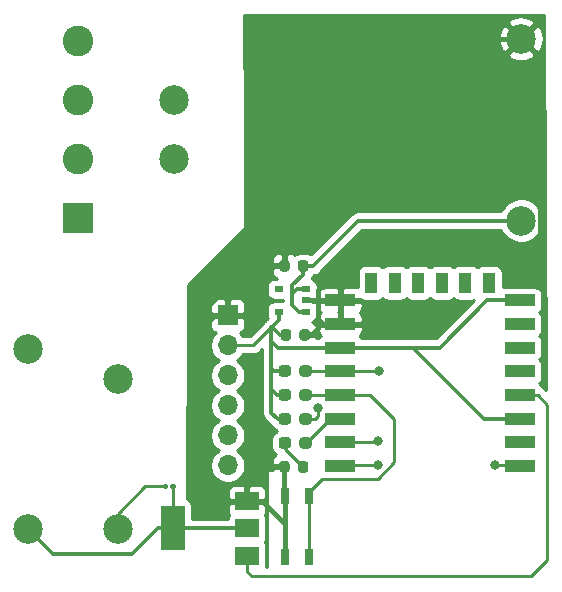
<source format=gtl>
G04 #@! TF.GenerationSoftware,KiCad,Pcbnew,5.1.9-73d0e3b20d~88~ubuntu20.04.1*
G04 #@! TF.CreationDate,2021-03-27T20:57:37+01:00*
G04 #@! TF.ProjectId,Ceiling lamp,4365696c-696e-4672-906c-616d702e6b69,rev?*
G04 #@! TF.SameCoordinates,Original*
G04 #@! TF.FileFunction,Copper,L1,Top*
G04 #@! TF.FilePolarity,Positive*
%FSLAX46Y46*%
G04 Gerber Fmt 4.6, Leading zero omitted, Abs format (unit mm)*
G04 Created by KiCad (PCBNEW 5.1.9-73d0e3b20d~88~ubuntu20.04.1) date 2021-03-27 20:57:37*
%MOMM*%
%LPD*%
G01*
G04 APERTURE LIST*
G04 #@! TA.AperFunction,ComponentPad*
%ADD10C,2.500000*%
G04 #@! TD*
G04 #@! TA.AperFunction,SMDPad,CuDef*
%ADD11R,0.700000X0.510000*%
G04 #@! TD*
G04 #@! TA.AperFunction,SMDPad,CuDef*
%ADD12R,0.700000X1.450000*%
G04 #@! TD*
G04 #@! TA.AperFunction,ComponentPad*
%ADD13R,1.700000X1.700000*%
G04 #@! TD*
G04 #@! TA.AperFunction,ComponentPad*
%ADD14O,1.700000X1.700000*%
G04 #@! TD*
G04 #@! TA.AperFunction,SMDPad,CuDef*
%ADD15R,2.500000X1.000000*%
G04 #@! TD*
G04 #@! TA.AperFunction,SMDPad,CuDef*
%ADD16R,1.000000X1.800000*%
G04 #@! TD*
G04 #@! TA.AperFunction,SMDPad,CuDef*
%ADD17R,2.000000X3.800000*%
G04 #@! TD*
G04 #@! TA.AperFunction,SMDPad,CuDef*
%ADD18R,2.000000X1.500000*%
G04 #@! TD*
G04 #@! TA.AperFunction,ComponentPad*
%ADD19R,2.600000X2.600000*%
G04 #@! TD*
G04 #@! TA.AperFunction,ComponentPad*
%ADD20C,2.600000*%
G04 #@! TD*
G04 #@! TA.AperFunction,ViaPad*
%ADD21C,0.800000*%
G04 #@! TD*
G04 #@! TA.AperFunction,Conductor*
%ADD22C,0.350000*%
G04 #@! TD*
G04 #@! TA.AperFunction,Conductor*
%ADD23C,0.250000*%
G04 #@! TD*
G04 #@! TA.AperFunction,Conductor*
%ADD24C,0.400000*%
G04 #@! TD*
G04 #@! TA.AperFunction,Conductor*
%ADD25C,0.300000*%
G04 #@! TD*
G04 #@! TA.AperFunction,Conductor*
%ADD26C,0.254000*%
G04 #@! TD*
G04 #@! TA.AperFunction,Conductor*
%ADD27C,0.100000*%
G04 #@! TD*
G04 APERTURE END LIST*
D10*
X85358000Y-55572000D03*
X85358000Y-60572000D03*
X114758000Y-50372000D03*
X114758000Y-65772000D03*
X80615000Y-91865000D03*
X73015000Y-91865000D03*
X73015000Y-76625000D03*
X80615000Y-79165000D03*
D11*
X96537000Y-73467000D03*
X96537000Y-72517000D03*
X96537000Y-71567000D03*
X94217000Y-71567000D03*
X94217000Y-73467000D03*
D12*
X96758000Y-94274000D03*
X96758000Y-89114000D03*
X94758000Y-89114000D03*
X94758000Y-94274000D03*
G04 #@! TA.AperFunction,SMDPad,CuDef*
G36*
G01*
X95981000Y-75694250D02*
X95981000Y-75181750D01*
G75*
G02*
X96199750Y-74963000I218750J0D01*
G01*
X96637250Y-74963000D01*
G75*
G02*
X96856000Y-75181750I0J-218750D01*
G01*
X96856000Y-75694250D01*
G75*
G02*
X96637250Y-75913000I-218750J0D01*
G01*
X96199750Y-75913000D01*
G75*
G02*
X95981000Y-75694250I0J218750D01*
G01*
G37*
G04 #@! TD.AperFunction*
G04 #@! TA.AperFunction,SMDPad,CuDef*
G36*
G01*
X94406000Y-75694250D02*
X94406000Y-75181750D01*
G75*
G02*
X94624750Y-74963000I218750J0D01*
G01*
X95062250Y-74963000D01*
G75*
G02*
X95281000Y-75181750I0J-218750D01*
G01*
X95281000Y-75694250D01*
G75*
G02*
X95062250Y-75913000I-218750J0D01*
G01*
X94624750Y-75913000D01*
G75*
G02*
X94406000Y-75694250I0J218750D01*
G01*
G37*
G04 #@! TD.AperFunction*
G04 #@! TA.AperFunction,SMDPad,CuDef*
G36*
G01*
X96729000Y-69339750D02*
X96729000Y-69852250D01*
G75*
G02*
X96510250Y-70071000I-218750J0D01*
G01*
X96072750Y-70071000D01*
G75*
G02*
X95854000Y-69852250I0J218750D01*
G01*
X95854000Y-69339750D01*
G75*
G02*
X96072750Y-69121000I218750J0D01*
G01*
X96510250Y-69121000D01*
G75*
G02*
X96729000Y-69339750I0J-218750D01*
G01*
G37*
G04 #@! TD.AperFunction*
G04 #@! TA.AperFunction,SMDPad,CuDef*
G36*
G01*
X95154000Y-69339750D02*
X95154000Y-69852250D01*
G75*
G02*
X94935250Y-70071000I-218750J0D01*
G01*
X94497750Y-70071000D01*
G75*
G02*
X94279000Y-69852250I0J218750D01*
G01*
X94279000Y-69339750D01*
G75*
G02*
X94497750Y-69121000I218750J0D01*
G01*
X94935250Y-69121000D01*
G75*
G02*
X95154000Y-69339750I0J-218750D01*
G01*
G37*
G04 #@! TD.AperFunction*
D13*
X89916000Y-73787000D03*
D14*
X89916000Y-76327000D03*
X89916000Y-78867000D03*
X89916000Y-81407000D03*
X89916000Y-83947000D03*
X89916000Y-86487000D03*
G04 #@! TA.AperFunction,SMDPad,CuDef*
G36*
G01*
X85513000Y-88165000D02*
X85513000Y-88365000D01*
G75*
G02*
X85413000Y-88465000I-100000J0D01*
G01*
X85153000Y-88465000D01*
G75*
G02*
X85053000Y-88365000I0J100000D01*
G01*
X85053000Y-88165000D01*
G75*
G02*
X85153000Y-88065000I100000J0D01*
G01*
X85413000Y-88065000D01*
G75*
G02*
X85513000Y-88165000I0J-100000D01*
G01*
G37*
G04 #@! TD.AperFunction*
G04 #@! TA.AperFunction,SMDPad,CuDef*
G36*
G01*
X84873000Y-88165000D02*
X84873000Y-88365000D01*
G75*
G02*
X84773000Y-88465000I-100000J0D01*
G01*
X84513000Y-88465000D01*
G75*
G02*
X84413000Y-88365000I0J100000D01*
G01*
X84413000Y-88165000D01*
G75*
G02*
X84513000Y-88065000I100000J0D01*
G01*
X84773000Y-88065000D01*
G75*
G02*
X84873000Y-88165000I0J-100000D01*
G01*
G37*
G04 #@! TD.AperFunction*
G04 #@! TA.AperFunction,SMDPad,CuDef*
G36*
G01*
X94279000Y-86870250D02*
X94279000Y-86357750D01*
G75*
G02*
X94497750Y-86139000I218750J0D01*
G01*
X94935250Y-86139000D01*
G75*
G02*
X95154000Y-86357750I0J-218750D01*
G01*
X95154000Y-86870250D01*
G75*
G02*
X94935250Y-87089000I-218750J0D01*
G01*
X94497750Y-87089000D01*
G75*
G02*
X94279000Y-86870250I0J218750D01*
G01*
G37*
G04 #@! TD.AperFunction*
G04 #@! TA.AperFunction,SMDPad,CuDef*
G36*
G01*
X95854000Y-86870250D02*
X95854000Y-86357750D01*
G75*
G02*
X96072750Y-86139000I218750J0D01*
G01*
X96510250Y-86139000D01*
G75*
G02*
X96729000Y-86357750I0J-218750D01*
G01*
X96729000Y-86870250D01*
G75*
G02*
X96510250Y-87089000I-218750J0D01*
G01*
X96072750Y-87089000D01*
G75*
G02*
X95854000Y-86870250I0J218750D01*
G01*
G37*
G04 #@! TD.AperFunction*
D15*
X114641000Y-86518000D03*
X114641000Y-84518000D03*
X114641000Y-82518000D03*
X114641000Y-80518000D03*
X114641000Y-78518000D03*
X114641000Y-76518000D03*
X114641000Y-74518000D03*
X114641000Y-72518000D03*
D16*
X112041000Y-71018000D03*
X110041000Y-71018000D03*
X108041000Y-71018000D03*
X106041000Y-71018000D03*
X104041000Y-71018000D03*
X102041000Y-71018000D03*
D15*
X99441000Y-72518000D03*
X99441000Y-74518000D03*
X99441000Y-76518000D03*
X99441000Y-78518000D03*
X99441000Y-80518000D03*
X99441000Y-82518000D03*
X99441000Y-84518000D03*
X99441000Y-86518000D03*
G04 #@! TA.AperFunction,SMDPad,CuDef*
G36*
G01*
X95281000Y-82312500D02*
X95281000Y-82787500D01*
G75*
G02*
X95043500Y-83025000I-237500J0D01*
G01*
X94468500Y-83025000D01*
G75*
G02*
X94231000Y-82787500I0J237500D01*
G01*
X94231000Y-82312500D01*
G75*
G02*
X94468500Y-82075000I237500J0D01*
G01*
X95043500Y-82075000D01*
G75*
G02*
X95281000Y-82312500I0J-237500D01*
G01*
G37*
G04 #@! TD.AperFunction*
G04 #@! TA.AperFunction,SMDPad,CuDef*
G36*
G01*
X97031000Y-82312500D02*
X97031000Y-82787500D01*
G75*
G02*
X96793500Y-83025000I-237500J0D01*
G01*
X96218500Y-83025000D01*
G75*
G02*
X95981000Y-82787500I0J237500D01*
G01*
X95981000Y-82312500D01*
G75*
G02*
X96218500Y-82075000I237500J0D01*
G01*
X96793500Y-82075000D01*
G75*
G02*
X97031000Y-82312500I0J-237500D01*
G01*
G37*
G04 #@! TD.AperFunction*
G04 #@! TA.AperFunction,SMDPad,CuDef*
G36*
G01*
X94231000Y-78723500D02*
X94231000Y-78248500D01*
G75*
G02*
X94468500Y-78011000I237500J0D01*
G01*
X95043500Y-78011000D01*
G75*
G02*
X95281000Y-78248500I0J-237500D01*
G01*
X95281000Y-78723500D01*
G75*
G02*
X95043500Y-78961000I-237500J0D01*
G01*
X94468500Y-78961000D01*
G75*
G02*
X94231000Y-78723500I0J237500D01*
G01*
G37*
G04 #@! TD.AperFunction*
G04 #@! TA.AperFunction,SMDPad,CuDef*
G36*
G01*
X95981000Y-78723500D02*
X95981000Y-78248500D01*
G75*
G02*
X96218500Y-78011000I237500J0D01*
G01*
X96793500Y-78011000D01*
G75*
G02*
X97031000Y-78248500I0J-237500D01*
G01*
X97031000Y-78723500D01*
G75*
G02*
X96793500Y-78961000I-237500J0D01*
G01*
X96218500Y-78961000D01*
G75*
G02*
X95981000Y-78723500I0J237500D01*
G01*
G37*
G04 #@! TD.AperFunction*
G04 #@! TA.AperFunction,SMDPad,CuDef*
G36*
G01*
X95281000Y-80280500D02*
X95281000Y-80755500D01*
G75*
G02*
X95043500Y-80993000I-237500J0D01*
G01*
X94468500Y-80993000D01*
G75*
G02*
X94231000Y-80755500I0J237500D01*
G01*
X94231000Y-80280500D01*
G75*
G02*
X94468500Y-80043000I237500J0D01*
G01*
X95043500Y-80043000D01*
G75*
G02*
X95281000Y-80280500I0J-237500D01*
G01*
G37*
G04 #@! TD.AperFunction*
G04 #@! TA.AperFunction,SMDPad,CuDef*
G36*
G01*
X97031000Y-80280500D02*
X97031000Y-80755500D01*
G75*
G02*
X96793500Y-80993000I-237500J0D01*
G01*
X96218500Y-80993000D01*
G75*
G02*
X95981000Y-80755500I0J237500D01*
G01*
X95981000Y-80280500D01*
G75*
G02*
X96218500Y-80043000I237500J0D01*
G01*
X96793500Y-80043000D01*
G75*
G02*
X97031000Y-80280500I0J-237500D01*
G01*
G37*
G04 #@! TD.AperFunction*
G04 #@! TA.AperFunction,SMDPad,CuDef*
G36*
G01*
X94231000Y-84819500D02*
X94231000Y-84344500D01*
G75*
G02*
X94468500Y-84107000I237500J0D01*
G01*
X95043500Y-84107000D01*
G75*
G02*
X95281000Y-84344500I0J-237500D01*
G01*
X95281000Y-84819500D01*
G75*
G02*
X95043500Y-85057000I-237500J0D01*
G01*
X94468500Y-85057000D01*
G75*
G02*
X94231000Y-84819500I0J237500D01*
G01*
G37*
G04 #@! TD.AperFunction*
G04 #@! TA.AperFunction,SMDPad,CuDef*
G36*
G01*
X95981000Y-84819500D02*
X95981000Y-84344500D01*
G75*
G02*
X96218500Y-84107000I237500J0D01*
G01*
X96793500Y-84107000D01*
G75*
G02*
X97031000Y-84344500I0J-237500D01*
G01*
X97031000Y-84819500D01*
G75*
G02*
X96793500Y-85057000I-237500J0D01*
G01*
X96218500Y-85057000D01*
G75*
G02*
X95981000Y-84819500I0J237500D01*
G01*
G37*
G04 #@! TD.AperFunction*
D17*
X85242000Y-91821000D03*
D18*
X91542000Y-91821000D03*
X91542000Y-89521000D03*
X91542000Y-94121000D03*
D19*
X77216000Y-65532000D03*
D20*
X77216000Y-60532000D03*
X77216000Y-55532000D03*
X77216000Y-50532000D03*
D21*
X102743000Y-78486000D03*
X112522000Y-86487000D03*
X97536000Y-81661000D03*
X102616000Y-84455000D03*
X102616000Y-86487000D03*
D22*
X95937000Y-73467000D02*
X95377000Y-72907000D01*
X96537000Y-73467000D02*
X95937000Y-73467000D01*
X95819000Y-71567000D02*
X96537000Y-71567000D01*
X95377000Y-72009000D02*
X95819000Y-71567000D01*
X95377000Y-72907000D02*
X95377000Y-72263000D01*
X95377000Y-72263000D02*
X95377000Y-72009000D01*
X96291500Y-70332500D02*
X96291500Y-69596000D01*
X95377000Y-72009000D02*
X95377000Y-71247000D01*
X95377000Y-71247000D02*
X96291500Y-70332500D01*
X100979000Y-65772000D02*
X114758000Y-65772000D01*
X96291500Y-69596000D02*
X97155000Y-69596000D01*
X97155000Y-69596000D02*
X100979000Y-65772000D01*
D23*
X80615000Y-90592208D02*
X82942208Y-88265000D01*
X80615000Y-91865000D02*
X80615000Y-90592208D01*
X82942208Y-88265000D02*
X84313000Y-88265000D01*
X84313000Y-88265000D02*
X84643000Y-88265000D01*
D22*
X86492000Y-91821000D02*
X91542000Y-91821000D01*
X85242000Y-91821000D02*
X86492000Y-91821000D01*
X85198000Y-91865000D02*
X85242000Y-91821000D01*
D23*
X85283000Y-91780000D02*
X85242000Y-91821000D01*
X85283000Y-88265000D02*
X85283000Y-91780000D01*
D22*
X83992000Y-91821000D02*
X81833000Y-93980000D01*
X85242000Y-91821000D02*
X83992000Y-91821000D01*
X75130000Y-93980000D02*
X73015000Y-91865000D01*
X81833000Y-93980000D02*
X75130000Y-93980000D01*
D24*
X99440000Y-72517000D02*
X99441000Y-72518000D01*
X97536000Y-72517000D02*
X99440000Y-72517000D01*
X96537000Y-72517000D02*
X97536000Y-72517000D01*
X97941000Y-74518000D02*
X99441000Y-74518000D01*
X97536000Y-74113000D02*
X97941000Y-74518000D01*
X97536000Y-73914000D02*
X97536000Y-74113000D01*
X96956000Y-75438000D02*
X97536000Y-74858000D01*
X96418500Y-75438000D02*
X96956000Y-75438000D01*
X97536000Y-74858000D02*
X97536000Y-73660000D01*
X97536000Y-72517000D02*
X97536000Y-73660000D01*
X97536000Y-73660000D02*
X97536000Y-73914000D01*
X94615000Y-66675000D02*
X94488000Y-66802000D01*
X110918000Y-50372000D02*
X114758000Y-50372000D01*
X94488000Y-66802000D02*
X110918000Y-50372000D01*
X94716500Y-89028500D02*
X94631000Y-89114000D01*
X94716500Y-86614000D02*
X94716500Y-89028500D01*
X94758000Y-91487000D02*
X94758000Y-91694000D01*
X92792000Y-89521000D02*
X94758000Y-91487000D01*
X91542000Y-89521000D02*
X92792000Y-89521000D01*
X94758000Y-89114000D02*
X94758000Y-91694000D01*
X94758000Y-91694000D02*
X94758000Y-94274000D01*
X91542000Y-89521000D02*
X88632000Y-89521000D01*
X88632000Y-89521000D02*
X87503000Y-88392000D01*
X88816000Y-73787000D02*
X87546000Y-75057000D01*
X87546000Y-75057000D02*
X87503000Y-75057000D01*
X89916000Y-73787000D02*
X88816000Y-73787000D01*
X87503000Y-88392000D02*
X87503000Y-75057000D01*
X87503000Y-75057000D02*
X87503000Y-73787000D01*
X94716500Y-69596000D02*
X91694000Y-69596000D01*
X87503000Y-73787000D02*
X91694000Y-69596000D01*
X91694000Y-69596000D02*
X94488000Y-66802000D01*
X97536000Y-72517000D02*
X97536000Y-71628000D01*
X97536000Y-71628000D02*
X100711000Y-68453000D01*
X100711000Y-68453000D02*
X115189000Y-68453000D01*
X115189000Y-68453000D02*
X115443000Y-68453000D01*
X115443000Y-68453000D02*
X116332000Y-67564000D01*
X116332000Y-51946000D02*
X114758000Y-50372000D01*
X116332000Y-67564000D02*
X116332000Y-51946000D01*
D23*
X94756000Y-85078500D02*
X94756000Y-84582000D01*
X96291500Y-86614000D02*
X94756000Y-85078500D01*
D25*
X93599000Y-77470000D02*
X93599000Y-75946000D01*
X114641000Y-72518000D02*
X113141000Y-72518000D01*
X94131000Y-82550000D02*
X93599000Y-82018000D01*
X93599000Y-82018000D02*
X93599000Y-81788000D01*
X93599000Y-81050000D02*
X93599000Y-81788000D01*
X94756000Y-82550000D02*
X94131000Y-82550000D01*
X94107000Y-80518000D02*
X93599000Y-80010000D01*
X94756000Y-80518000D02*
X94107000Y-80518000D01*
X93599000Y-81050000D02*
X93599000Y-80010000D01*
X93599000Y-80010000D02*
X93599000Y-78994000D01*
X93853000Y-78486000D02*
X93599000Y-78232000D01*
X94756000Y-78486000D02*
X93853000Y-78486000D01*
X93599000Y-78994000D02*
X93599000Y-78232000D01*
X93599000Y-78232000D02*
X93599000Y-77470000D01*
X105601000Y-76518000D02*
X111601000Y-82518000D01*
X111601000Y-82518000D02*
X113411000Y-82518000D01*
X99441000Y-76518000D02*
X105601000Y-76518000D01*
X114641000Y-82518000D02*
X113411000Y-82518000D01*
X113411000Y-82518000D02*
X113141000Y-82518000D01*
X105601000Y-76518000D02*
X107887000Y-76518000D01*
X111887000Y-72518000D02*
X114641000Y-72518000D01*
X107887000Y-76518000D02*
X111887000Y-72518000D01*
X94171000Y-76518000D02*
X93599000Y-75946000D01*
X99441000Y-76518000D02*
X94171000Y-76518000D01*
X94306000Y-75438000D02*
X93726000Y-74858000D01*
X94843500Y-75438000D02*
X94306000Y-75438000D01*
X93599000Y-74803000D02*
X93726000Y-74676000D01*
X93726000Y-74858000D02*
X93726000Y-74676000D01*
X94217000Y-74185000D02*
X94217000Y-73467000D01*
X93726000Y-74676000D02*
X94217000Y-74185000D01*
X93599000Y-75946000D02*
X93599000Y-74803000D01*
D23*
X93599000Y-74803000D02*
X92075000Y-76327000D01*
X92075000Y-76327000D02*
X89916000Y-76327000D01*
X96506000Y-80518000D02*
X97917000Y-80518000D01*
X97917000Y-80518000D02*
X99441000Y-80518000D01*
X96758000Y-88739000D02*
X96758000Y-89114000D01*
X99441000Y-80518000D02*
X101981000Y-80518000D01*
X97867000Y-87630000D02*
X96758000Y-88739000D01*
X102616000Y-87630000D02*
X97867000Y-87630000D01*
X104013000Y-82550000D02*
X104013000Y-86233000D01*
X101981000Y-80518000D02*
X104013000Y-82550000D01*
X104013000Y-86233000D02*
X102616000Y-87630000D01*
X96758000Y-89114000D02*
X96758000Y-94274000D01*
X99409000Y-78486000D02*
X99441000Y-78518000D01*
X96506000Y-78486000D02*
X99409000Y-78486000D01*
X99473000Y-78486000D02*
X99441000Y-78518000D01*
X102743000Y-78486000D02*
X99473000Y-78486000D01*
X114610000Y-86487000D02*
X114641000Y-86518000D01*
X112522000Y-86487000D02*
X114610000Y-86487000D01*
X96506000Y-82550000D02*
X97282000Y-82550000D01*
X97536000Y-82296000D02*
X97536000Y-81661000D01*
X97282000Y-82550000D02*
X97536000Y-82296000D01*
X116141000Y-80518000D02*
X116967000Y-81344000D01*
X114641000Y-80518000D02*
X116141000Y-80518000D01*
X116967000Y-81344000D02*
X116967000Y-94488000D01*
X116967000Y-94488000D02*
X115570000Y-95885000D01*
X115570000Y-95885000D02*
X91948000Y-95885000D01*
X91542000Y-95479000D02*
X91542000Y-94121000D01*
X91948000Y-95885000D02*
X91542000Y-95479000D01*
X99441000Y-84518000D02*
X102553000Y-84518000D01*
X99472000Y-86487000D02*
X99441000Y-86518000D01*
X102616000Y-86487000D02*
X99472000Y-86487000D01*
X96291500Y-84796500D02*
X96506000Y-84582000D01*
X98570000Y-82518000D02*
X99441000Y-82518000D01*
X96506000Y-84582000D02*
X98570000Y-82518000D01*
D26*
X116817457Y-80119656D02*
X116704803Y-80007002D01*
X116681001Y-79977999D01*
X116565276Y-79883026D01*
X116503634Y-79850077D01*
X116480502Y-79773820D01*
X116421537Y-79663506D01*
X116342185Y-79566815D01*
X116282704Y-79518000D01*
X116342185Y-79469185D01*
X116421537Y-79372494D01*
X116480502Y-79262180D01*
X116516812Y-79142482D01*
X116529072Y-79018000D01*
X116529072Y-78018000D01*
X116516812Y-77893518D01*
X116480502Y-77773820D01*
X116421537Y-77663506D01*
X116342185Y-77566815D01*
X116282704Y-77518000D01*
X116342185Y-77469185D01*
X116421537Y-77372494D01*
X116480502Y-77262180D01*
X116516812Y-77142482D01*
X116529072Y-77018000D01*
X116529072Y-76018000D01*
X116516812Y-75893518D01*
X116480502Y-75773820D01*
X116421537Y-75663506D01*
X116342185Y-75566815D01*
X116282704Y-75518000D01*
X116342185Y-75469185D01*
X116421537Y-75372494D01*
X116480502Y-75262180D01*
X116516812Y-75142482D01*
X116529072Y-75018000D01*
X116529072Y-74018000D01*
X116516812Y-73893518D01*
X116480502Y-73773820D01*
X116421537Y-73663506D01*
X116342185Y-73566815D01*
X116282704Y-73518000D01*
X116342185Y-73469185D01*
X116421537Y-73372494D01*
X116480502Y-73262180D01*
X116516812Y-73142482D01*
X116529072Y-73018000D01*
X116529072Y-72018000D01*
X116516812Y-71893518D01*
X116480502Y-71773820D01*
X116421537Y-71663506D01*
X116342185Y-71566815D01*
X116245494Y-71487463D01*
X116135180Y-71428498D01*
X116015482Y-71392188D01*
X115891000Y-71379928D01*
X113391000Y-71379928D01*
X113266518Y-71392188D01*
X113179072Y-71418714D01*
X113179072Y-70118000D01*
X113166812Y-69993518D01*
X113130502Y-69873820D01*
X113071537Y-69763506D01*
X112992185Y-69666815D01*
X112895494Y-69587463D01*
X112785180Y-69528498D01*
X112665482Y-69492188D01*
X112541000Y-69479928D01*
X111541000Y-69479928D01*
X111416518Y-69492188D01*
X111296820Y-69528498D01*
X111186506Y-69587463D01*
X111089815Y-69666815D01*
X111041000Y-69726296D01*
X110992185Y-69666815D01*
X110895494Y-69587463D01*
X110785180Y-69528498D01*
X110665482Y-69492188D01*
X110541000Y-69479928D01*
X109541000Y-69479928D01*
X109416518Y-69492188D01*
X109296820Y-69528498D01*
X109186506Y-69587463D01*
X109089815Y-69666815D01*
X109041000Y-69726296D01*
X108992185Y-69666815D01*
X108895494Y-69587463D01*
X108785180Y-69528498D01*
X108665482Y-69492188D01*
X108541000Y-69479928D01*
X107541000Y-69479928D01*
X107416518Y-69492188D01*
X107296820Y-69528498D01*
X107186506Y-69587463D01*
X107089815Y-69666815D01*
X107041000Y-69726296D01*
X106992185Y-69666815D01*
X106895494Y-69587463D01*
X106785180Y-69528498D01*
X106665482Y-69492188D01*
X106541000Y-69479928D01*
X105541000Y-69479928D01*
X105416518Y-69492188D01*
X105296820Y-69528498D01*
X105186506Y-69587463D01*
X105089815Y-69666815D01*
X105041000Y-69726296D01*
X104992185Y-69666815D01*
X104895494Y-69587463D01*
X104785180Y-69528498D01*
X104665482Y-69492188D01*
X104541000Y-69479928D01*
X103541000Y-69479928D01*
X103416518Y-69492188D01*
X103296820Y-69528498D01*
X103186506Y-69587463D01*
X103089815Y-69666815D01*
X103041000Y-69726296D01*
X102992185Y-69666815D01*
X102895494Y-69587463D01*
X102785180Y-69528498D01*
X102665482Y-69492188D01*
X102541000Y-69479928D01*
X101541000Y-69479928D01*
X101416518Y-69492188D01*
X101296820Y-69528498D01*
X101186506Y-69587463D01*
X101089815Y-69666815D01*
X101010463Y-69763506D01*
X100951498Y-69873820D01*
X100915188Y-69993518D01*
X100902928Y-70118000D01*
X100902928Y-71418714D01*
X100815482Y-71392188D01*
X100691000Y-71379928D01*
X99726750Y-71383000D01*
X99568000Y-71541750D01*
X99568000Y-72391000D01*
X101116397Y-72391000D01*
X101186506Y-72448537D01*
X101296820Y-72507502D01*
X101416518Y-72543812D01*
X101541000Y-72556072D01*
X102541000Y-72556072D01*
X102665482Y-72543812D01*
X102785180Y-72507502D01*
X102895494Y-72448537D01*
X102992185Y-72369185D01*
X103041000Y-72309704D01*
X103089815Y-72369185D01*
X103186506Y-72448537D01*
X103296820Y-72507502D01*
X103416518Y-72543812D01*
X103541000Y-72556072D01*
X104541000Y-72556072D01*
X104665482Y-72543812D01*
X104785180Y-72507502D01*
X104895494Y-72448537D01*
X104992185Y-72369185D01*
X105041000Y-72309704D01*
X105089815Y-72369185D01*
X105186506Y-72448537D01*
X105296820Y-72507502D01*
X105416518Y-72543812D01*
X105541000Y-72556072D01*
X106541000Y-72556072D01*
X106665482Y-72543812D01*
X106785180Y-72507502D01*
X106895494Y-72448537D01*
X106992185Y-72369185D01*
X107041000Y-72309704D01*
X107089815Y-72369185D01*
X107186506Y-72448537D01*
X107296820Y-72507502D01*
X107416518Y-72543812D01*
X107541000Y-72556072D01*
X108541000Y-72556072D01*
X108665482Y-72543812D01*
X108785180Y-72507502D01*
X108895494Y-72448537D01*
X108992185Y-72369185D01*
X109041000Y-72309704D01*
X109089815Y-72369185D01*
X109186506Y-72448537D01*
X109296820Y-72507502D01*
X109416518Y-72543812D01*
X109541000Y-72556072D01*
X110541000Y-72556072D01*
X110665482Y-72543812D01*
X110785180Y-72507502D01*
X110789821Y-72505021D01*
X107561843Y-75733000D01*
X105639553Y-75733000D01*
X105601000Y-75729203D01*
X105562447Y-75733000D01*
X101258683Y-75733000D01*
X101221537Y-75663506D01*
X101142185Y-75566815D01*
X101082704Y-75518000D01*
X101142185Y-75469185D01*
X101221537Y-75372494D01*
X101280502Y-75262180D01*
X101316812Y-75142482D01*
X101329072Y-75018000D01*
X101326000Y-74803750D01*
X101167250Y-74645000D01*
X99568000Y-74645000D01*
X99568000Y-74665000D01*
X99314000Y-74665000D01*
X99314000Y-74645000D01*
X97714750Y-74645000D01*
X97556000Y-74803750D01*
X97552928Y-75018000D01*
X97565188Y-75142482D01*
X97601498Y-75262180D01*
X97660463Y-75372494D01*
X97739815Y-75469185D01*
X97799296Y-75518000D01*
X97739815Y-75566815D01*
X97660463Y-75663506D01*
X97623317Y-75733000D01*
X97491150Y-75733000D01*
X97491000Y-75723750D01*
X97332250Y-75565000D01*
X96545500Y-75565000D01*
X96545500Y-75585000D01*
X96291500Y-75585000D01*
X96291500Y-75565000D01*
X96271500Y-75565000D01*
X96271500Y-75311000D01*
X96291500Y-75311000D01*
X96291500Y-75291000D01*
X96545500Y-75291000D01*
X96545500Y-75311000D01*
X97332250Y-75311000D01*
X97491000Y-75152250D01*
X97494072Y-74963000D01*
X97481812Y-74838518D01*
X97445502Y-74718820D01*
X97386537Y-74608506D01*
X97307185Y-74511815D01*
X97210494Y-74432463D01*
X97100180Y-74373498D01*
X97013493Y-74347202D01*
X97131180Y-74311502D01*
X97241494Y-74252537D01*
X97338185Y-74173185D01*
X97417537Y-74076494D01*
X97476502Y-73966180D01*
X97512812Y-73846482D01*
X97525072Y-73722000D01*
X97525072Y-73212000D01*
X97512812Y-73087518D01*
X97491724Y-73018000D01*
X97552928Y-73018000D01*
X97565188Y-73142482D01*
X97601498Y-73262180D01*
X97660463Y-73372494D01*
X97739815Y-73469185D01*
X97799296Y-73518000D01*
X97739815Y-73566815D01*
X97660463Y-73663506D01*
X97601498Y-73773820D01*
X97565188Y-73893518D01*
X97552928Y-74018000D01*
X97556000Y-74232250D01*
X97714750Y-74391000D01*
X99314000Y-74391000D01*
X99314000Y-73541750D01*
X99290250Y-73518000D01*
X99314000Y-73494250D01*
X99314000Y-72645000D01*
X99568000Y-72645000D01*
X99568000Y-73494250D01*
X99591750Y-73518000D01*
X99568000Y-73541750D01*
X99568000Y-74391000D01*
X101167250Y-74391000D01*
X101326000Y-74232250D01*
X101329072Y-74018000D01*
X101316812Y-73893518D01*
X101280502Y-73773820D01*
X101221537Y-73663506D01*
X101142185Y-73566815D01*
X101082704Y-73518000D01*
X101142185Y-73469185D01*
X101221537Y-73372494D01*
X101280502Y-73262180D01*
X101316812Y-73142482D01*
X101329072Y-73018000D01*
X101326000Y-72803750D01*
X101167250Y-72645000D01*
X99568000Y-72645000D01*
X99314000Y-72645000D01*
X97714750Y-72645000D01*
X97556000Y-72803750D01*
X97552928Y-73018000D01*
X97491724Y-73018000D01*
X97483488Y-72990850D01*
X97509779Y-72910860D01*
X97522000Y-72802750D01*
X97363250Y-72644000D01*
X97171407Y-72644000D01*
X97131180Y-72622498D01*
X97011482Y-72586188D01*
X96887000Y-72573928D01*
X96390000Y-72573928D01*
X96390000Y-72460072D01*
X96887000Y-72460072D01*
X97011482Y-72447812D01*
X97131180Y-72411502D01*
X97171407Y-72390000D01*
X97363250Y-72390000D01*
X97522000Y-72231250D01*
X97509779Y-72123140D01*
X97483488Y-72043150D01*
X97491117Y-72018000D01*
X97552928Y-72018000D01*
X97556000Y-72232250D01*
X97714750Y-72391000D01*
X99314000Y-72391000D01*
X99314000Y-71541750D01*
X99155250Y-71383000D01*
X98191000Y-71379928D01*
X98066518Y-71392188D01*
X97946820Y-71428498D01*
X97836506Y-71487463D01*
X97739815Y-71566815D01*
X97660463Y-71663506D01*
X97601498Y-71773820D01*
X97565188Y-71893518D01*
X97552928Y-72018000D01*
X97491117Y-72018000D01*
X97512812Y-71946482D01*
X97525072Y-71822000D01*
X97525072Y-71312000D01*
X97512812Y-71187518D01*
X97476502Y-71067820D01*
X97417537Y-70957506D01*
X97338185Y-70860815D01*
X97241494Y-70781463D01*
X97131180Y-70722498D01*
X97019585Y-70688646D01*
X97027452Y-70673928D01*
X97043463Y-70643973D01*
X97089780Y-70491288D01*
X97091019Y-70478711D01*
X97116115Y-70458115D01*
X97155727Y-70409847D01*
X97194788Y-70406000D01*
X97194791Y-70406000D01*
X97313788Y-70394280D01*
X97466473Y-70347963D01*
X97607189Y-70272749D01*
X97730528Y-70171528D01*
X97755900Y-70140612D01*
X101314513Y-66582000D01*
X113053203Y-66582000D01*
X113087534Y-66664882D01*
X113293825Y-66973618D01*
X113556382Y-67236175D01*
X113865118Y-67442466D01*
X114208166Y-67584561D01*
X114572344Y-67657000D01*
X114943656Y-67657000D01*
X115307834Y-67584561D01*
X115650882Y-67442466D01*
X115959618Y-67236175D01*
X116222175Y-66973618D01*
X116428466Y-66664882D01*
X116570561Y-66321834D01*
X116643000Y-65957656D01*
X116643000Y-65586344D01*
X116570561Y-65222166D01*
X116428466Y-64879118D01*
X116222175Y-64570382D01*
X115959618Y-64307825D01*
X115650882Y-64101534D01*
X115307834Y-63959439D01*
X114943656Y-63887000D01*
X114572344Y-63887000D01*
X114208166Y-63959439D01*
X113865118Y-64101534D01*
X113556382Y-64307825D01*
X113293825Y-64570382D01*
X113087534Y-64879118D01*
X113053203Y-64962000D01*
X101018788Y-64962000D01*
X100979000Y-64958081D01*
X100939212Y-64962000D01*
X100939209Y-64962000D01*
X100820212Y-64973720D01*
X100703063Y-65009257D01*
X100667526Y-65020037D01*
X100526811Y-65095251D01*
X100403472Y-65196472D01*
X100378105Y-65227382D01*
X96980986Y-68624502D01*
X96838142Y-68548150D01*
X96677408Y-68499392D01*
X96510250Y-68482928D01*
X96072750Y-68482928D01*
X95905592Y-68499392D01*
X95744858Y-68548150D01*
X95596725Y-68627329D01*
X95575070Y-68645100D01*
X95508494Y-68590463D01*
X95398180Y-68531498D01*
X95278482Y-68495188D01*
X95154000Y-68482928D01*
X95002250Y-68486000D01*
X94843500Y-68644750D01*
X94843500Y-69469000D01*
X94863500Y-69469000D01*
X94863500Y-69723000D01*
X94843500Y-69723000D01*
X94843500Y-69743000D01*
X94589500Y-69743000D01*
X94589500Y-69723000D01*
X93802750Y-69723000D01*
X93644000Y-69881750D01*
X93640928Y-70071000D01*
X93653188Y-70195482D01*
X93689498Y-70315180D01*
X93748463Y-70425494D01*
X93827815Y-70522185D01*
X93924506Y-70601537D01*
X94034820Y-70660502D01*
X94079080Y-70673928D01*
X93867000Y-70673928D01*
X93742518Y-70686188D01*
X93622820Y-70722498D01*
X93512506Y-70781463D01*
X93415815Y-70860815D01*
X93336463Y-70957506D01*
X93277498Y-71067820D01*
X93241188Y-71187518D01*
X93228928Y-71312000D01*
X93228928Y-71822000D01*
X93241188Y-71946482D01*
X93277498Y-72066180D01*
X93336463Y-72176494D01*
X93415815Y-72273185D01*
X93512506Y-72352537D01*
X93622820Y-72411502D01*
X93742518Y-72447812D01*
X93867000Y-72460072D01*
X94567000Y-72460072D01*
X94567000Y-72573928D01*
X93867000Y-72573928D01*
X93742518Y-72586188D01*
X93622820Y-72622498D01*
X93512506Y-72681463D01*
X93415815Y-72760815D01*
X93336463Y-72857506D01*
X93277498Y-72967820D01*
X93241188Y-73087518D01*
X93228928Y-73212000D01*
X93228928Y-73722000D01*
X93241188Y-73846482D01*
X93277498Y-73966180D01*
X93294275Y-73997568D01*
X93198189Y-74093654D01*
X93168236Y-74118236D01*
X93143655Y-74148188D01*
X93071185Y-74220658D01*
X93041237Y-74245236D01*
X93016659Y-74275184D01*
X93016655Y-74275188D01*
X93011952Y-74280919D01*
X92943139Y-74364767D01*
X92920988Y-74406209D01*
X91760199Y-75567000D01*
X91194178Y-75567000D01*
X91069475Y-75380368D01*
X90937620Y-75248513D01*
X91010180Y-75226502D01*
X91120494Y-75167537D01*
X91217185Y-75088185D01*
X91296537Y-74991494D01*
X91355502Y-74881180D01*
X91391812Y-74761482D01*
X91404072Y-74637000D01*
X91401000Y-74072750D01*
X91242250Y-73914000D01*
X90043000Y-73914000D01*
X90043000Y-73934000D01*
X89789000Y-73934000D01*
X89789000Y-73914000D01*
X88589750Y-73914000D01*
X88431000Y-74072750D01*
X88427928Y-74637000D01*
X88440188Y-74761482D01*
X88476498Y-74881180D01*
X88535463Y-74991494D01*
X88614815Y-75088185D01*
X88711506Y-75167537D01*
X88821820Y-75226502D01*
X88894380Y-75248513D01*
X88762525Y-75380368D01*
X88600010Y-75623589D01*
X88488068Y-75893842D01*
X88431000Y-76180740D01*
X88431000Y-76473260D01*
X88488068Y-76760158D01*
X88600010Y-77030411D01*
X88762525Y-77273632D01*
X88969368Y-77480475D01*
X89143760Y-77597000D01*
X88969368Y-77713525D01*
X88762525Y-77920368D01*
X88600010Y-78163589D01*
X88488068Y-78433842D01*
X88431000Y-78720740D01*
X88431000Y-79013260D01*
X88488068Y-79300158D01*
X88600010Y-79570411D01*
X88762525Y-79813632D01*
X88969368Y-80020475D01*
X89143760Y-80137000D01*
X88969368Y-80253525D01*
X88762525Y-80460368D01*
X88600010Y-80703589D01*
X88488068Y-80973842D01*
X88431000Y-81260740D01*
X88431000Y-81553260D01*
X88488068Y-81840158D01*
X88600010Y-82110411D01*
X88762525Y-82353632D01*
X88969368Y-82560475D01*
X89143760Y-82677000D01*
X88969368Y-82793525D01*
X88762525Y-83000368D01*
X88600010Y-83243589D01*
X88488068Y-83513842D01*
X88431000Y-83800740D01*
X88431000Y-84093260D01*
X88488068Y-84380158D01*
X88600010Y-84650411D01*
X88762525Y-84893632D01*
X88969368Y-85100475D01*
X89143760Y-85217000D01*
X88969368Y-85333525D01*
X88762525Y-85540368D01*
X88600010Y-85783589D01*
X88488068Y-86053842D01*
X88431000Y-86340740D01*
X88431000Y-86633260D01*
X88488068Y-86920158D01*
X88600010Y-87190411D01*
X88762525Y-87433632D01*
X88969368Y-87640475D01*
X89212589Y-87802990D01*
X89482842Y-87914932D01*
X89769740Y-87972000D01*
X90062260Y-87972000D01*
X90349158Y-87914932D01*
X90619411Y-87802990D01*
X90862632Y-87640475D01*
X91069475Y-87433632D01*
X91231990Y-87190411D01*
X91343932Y-86920158D01*
X91401000Y-86633260D01*
X91401000Y-86340740D01*
X91343932Y-86053842D01*
X91231990Y-85783589D01*
X91069475Y-85540368D01*
X90862632Y-85333525D01*
X90688240Y-85217000D01*
X90862632Y-85100475D01*
X91069475Y-84893632D01*
X91231990Y-84650411D01*
X91343932Y-84380158D01*
X91401000Y-84093260D01*
X91401000Y-83800740D01*
X91343932Y-83513842D01*
X91231990Y-83243589D01*
X91069475Y-83000368D01*
X90862632Y-82793525D01*
X90688240Y-82677000D01*
X90862632Y-82560475D01*
X91069475Y-82353632D01*
X91231990Y-82110411D01*
X91343932Y-81840158D01*
X91401000Y-81553260D01*
X91401000Y-81260740D01*
X91343932Y-80973842D01*
X91231990Y-80703589D01*
X91069475Y-80460368D01*
X90862632Y-80253525D01*
X90688240Y-80137000D01*
X90862632Y-80020475D01*
X91069475Y-79813632D01*
X91231990Y-79570411D01*
X91343932Y-79300158D01*
X91401000Y-79013260D01*
X91401000Y-78720740D01*
X91343932Y-78433842D01*
X91231990Y-78163589D01*
X91069475Y-77920368D01*
X90862632Y-77713525D01*
X90688240Y-77597000D01*
X90862632Y-77480475D01*
X91069475Y-77273632D01*
X91194178Y-77087000D01*
X92037678Y-77087000D01*
X92075000Y-77090676D01*
X92112322Y-77087000D01*
X92112333Y-77087000D01*
X92223986Y-77076003D01*
X92367247Y-77032546D01*
X92499276Y-76961974D01*
X92615001Y-76867001D01*
X92638803Y-76837998D01*
X92814001Y-76662801D01*
X92814000Y-77431439D01*
X92814000Y-78193447D01*
X92810203Y-78232000D01*
X92814000Y-78270553D01*
X92814000Y-79032560D01*
X92814001Y-79032569D01*
X92814000Y-79971447D01*
X92810203Y-80010000D01*
X92814000Y-80048553D01*
X92814000Y-80048560D01*
X92814001Y-80048569D01*
X92814000Y-81011439D01*
X92814000Y-81979447D01*
X92810203Y-82018000D01*
X92814000Y-82056553D01*
X92814000Y-82056560D01*
X92825359Y-82171886D01*
X92870246Y-82319859D01*
X92943138Y-82456232D01*
X93041236Y-82575764D01*
X93071190Y-82600347D01*
X93548653Y-83077810D01*
X93573236Y-83107764D01*
X93692767Y-83205862D01*
X93708631Y-83214341D01*
X93740488Y-83273942D01*
X93849377Y-83406623D01*
X93982058Y-83515512D01*
X94076515Y-83566000D01*
X93982058Y-83616488D01*
X93849377Y-83725377D01*
X93740488Y-83858058D01*
X93659577Y-84009433D01*
X93609752Y-84173684D01*
X93592928Y-84344500D01*
X93592928Y-84819500D01*
X93609752Y-84990316D01*
X93659577Y-85154567D01*
X93740488Y-85305942D01*
X93849377Y-85438623D01*
X93982058Y-85547512D01*
X94010297Y-85562606D01*
X93924506Y-85608463D01*
X93827815Y-85687815D01*
X93748463Y-85784506D01*
X93689498Y-85894820D01*
X93653188Y-86014518D01*
X93640928Y-86139000D01*
X93644000Y-86328250D01*
X93802750Y-86487000D01*
X94589500Y-86487000D01*
X94589500Y-86467000D01*
X94843500Y-86467000D01*
X94843500Y-86487000D01*
X94863500Y-86487000D01*
X94863500Y-86741000D01*
X94843500Y-86741000D01*
X94843500Y-86761000D01*
X94589500Y-86761000D01*
X94589500Y-86741000D01*
X93802750Y-86741000D01*
X93675750Y-86868000D01*
X93345000Y-86868000D01*
X93320224Y-86870440D01*
X93296399Y-86877667D01*
X93274443Y-86889403D01*
X93255197Y-86905197D01*
X93239403Y-86924443D01*
X93227667Y-86946399D01*
X93220440Y-86970224D01*
X93218000Y-86995000D01*
X93218000Y-95120670D01*
X93129428Y-95119060D01*
X93131502Y-95115180D01*
X93167812Y-94995482D01*
X93180072Y-94871000D01*
X93180072Y-93371000D01*
X93167812Y-93246518D01*
X93131502Y-93126820D01*
X93072537Y-93016506D01*
X93035191Y-92971000D01*
X93072537Y-92925494D01*
X93131502Y-92815180D01*
X93167812Y-92695482D01*
X93180072Y-92571000D01*
X93180072Y-91071000D01*
X93167812Y-90946518D01*
X93131502Y-90826820D01*
X93072537Y-90716506D01*
X93035191Y-90671000D01*
X93072537Y-90625494D01*
X93131502Y-90515180D01*
X93167812Y-90395482D01*
X93180072Y-90271000D01*
X93177000Y-89806750D01*
X93018250Y-89648000D01*
X91669000Y-89648000D01*
X91669000Y-89668000D01*
X91415000Y-89668000D01*
X91415000Y-89648000D01*
X90065750Y-89648000D01*
X89907000Y-89806750D01*
X89903928Y-90271000D01*
X89916188Y-90395482D01*
X89952498Y-90515180D01*
X90011463Y-90625494D01*
X90048809Y-90671000D01*
X90011463Y-90716506D01*
X89952498Y-90826820D01*
X89916188Y-90946518D01*
X89909837Y-91011000D01*
X86880072Y-91011000D01*
X86880072Y-89921000D01*
X86867812Y-89796518D01*
X86831502Y-89676820D01*
X86772537Y-89566506D01*
X86693185Y-89469815D01*
X86596494Y-89390463D01*
X86487000Y-89331936D01*
X86487000Y-88771000D01*
X89903928Y-88771000D01*
X89907000Y-89235250D01*
X90065750Y-89394000D01*
X91415000Y-89394000D01*
X91415000Y-88294750D01*
X91669000Y-88294750D01*
X91669000Y-89394000D01*
X93018250Y-89394000D01*
X93177000Y-89235250D01*
X93180072Y-88771000D01*
X93167812Y-88646518D01*
X93131502Y-88526820D01*
X93072537Y-88416506D01*
X92993185Y-88319815D01*
X92896494Y-88240463D01*
X92786180Y-88181498D01*
X92666482Y-88145188D01*
X92542000Y-88132928D01*
X91827750Y-88136000D01*
X91669000Y-88294750D01*
X91415000Y-88294750D01*
X91256250Y-88136000D01*
X90542000Y-88132928D01*
X90417518Y-88145188D01*
X90297820Y-88181498D01*
X90187506Y-88240463D01*
X90090815Y-88319815D01*
X90011463Y-88416506D01*
X89952498Y-88526820D01*
X89916188Y-88646518D01*
X89903928Y-88771000D01*
X86487000Y-88771000D01*
X86487000Y-81505316D01*
X86531442Y-81358118D01*
X86544384Y-81292757D01*
X86558232Y-81227607D01*
X86559305Y-81217401D01*
X86583492Y-80970723D01*
X86587000Y-80935105D01*
X86587000Y-72937000D01*
X88427928Y-72937000D01*
X88431000Y-73501250D01*
X88589750Y-73660000D01*
X89789000Y-73660000D01*
X89789000Y-72460750D01*
X90043000Y-72460750D01*
X90043000Y-73660000D01*
X91242250Y-73660000D01*
X91401000Y-73501250D01*
X91404072Y-72937000D01*
X91391812Y-72812518D01*
X91355502Y-72692820D01*
X91296537Y-72582506D01*
X91217185Y-72485815D01*
X91120494Y-72406463D01*
X91010180Y-72347498D01*
X90890482Y-72311188D01*
X90766000Y-72298928D01*
X90201750Y-72302000D01*
X90043000Y-72460750D01*
X89789000Y-72460750D01*
X89630250Y-72302000D01*
X89066000Y-72298928D01*
X88941518Y-72311188D01*
X88821820Y-72347498D01*
X88711506Y-72406463D01*
X88614815Y-72485815D01*
X88535463Y-72582506D01*
X88476498Y-72692820D01*
X88440188Y-72812518D01*
X88427928Y-72937000D01*
X86587000Y-72937000D01*
X86587000Y-71170446D01*
X88636446Y-69121000D01*
X93640928Y-69121000D01*
X93644000Y-69310250D01*
X93802750Y-69469000D01*
X94589500Y-69469000D01*
X94589500Y-68644750D01*
X94430750Y-68486000D01*
X94279000Y-68482928D01*
X94154518Y-68495188D01*
X94034820Y-68531498D01*
X93924506Y-68590463D01*
X93827815Y-68669815D01*
X93748463Y-68766506D01*
X93689498Y-68876820D01*
X93653188Y-68996518D01*
X93640928Y-69121000D01*
X88636446Y-69121000D01*
X91172193Y-66585254D01*
X91200238Y-66562238D01*
X91292087Y-66450320D01*
X91292927Y-66448749D01*
X91360337Y-66322634D01*
X91402365Y-66184085D01*
X91416556Y-66040000D01*
X91413000Y-66003895D01*
X91413000Y-53430895D01*
X91409368Y-53394018D01*
X91409368Y-53377544D01*
X91408295Y-53367338D01*
X91380666Y-53121022D01*
X91366816Y-53055861D01*
X91353877Y-52990515D01*
X91350843Y-52980711D01*
X91313000Y-52861414D01*
X91313000Y-51685605D01*
X113624000Y-51685605D01*
X113749914Y-51975577D01*
X114082126Y-52141433D01*
X114440312Y-52239290D01*
X114810706Y-52265389D01*
X115179075Y-52218725D01*
X115531262Y-52101094D01*
X115766086Y-51975577D01*
X115892000Y-51685605D01*
X114758000Y-50551605D01*
X113624000Y-51685605D01*
X91313000Y-51685605D01*
X91313000Y-50424706D01*
X112864611Y-50424706D01*
X112911275Y-50793075D01*
X113028906Y-51145262D01*
X113154423Y-51380086D01*
X113444395Y-51506000D01*
X114578395Y-50372000D01*
X114937605Y-50372000D01*
X116071605Y-51506000D01*
X116361577Y-51380086D01*
X116527433Y-51047874D01*
X116625290Y-50689688D01*
X116651389Y-50319294D01*
X116604725Y-49950925D01*
X116487094Y-49598738D01*
X116361577Y-49363914D01*
X116071605Y-49238000D01*
X114937605Y-50372000D01*
X114578395Y-50372000D01*
X113444395Y-49238000D01*
X113154423Y-49363914D01*
X112988567Y-49696126D01*
X112890710Y-50054312D01*
X112864611Y-50424706D01*
X91313000Y-50424706D01*
X91313000Y-49058395D01*
X113624000Y-49058395D01*
X114758000Y-50192395D01*
X115892000Y-49058395D01*
X115766086Y-48768423D01*
X115433874Y-48602567D01*
X115075688Y-48504710D01*
X114705294Y-48478611D01*
X114336925Y-48525275D01*
X113984738Y-48642906D01*
X113749914Y-48768423D01*
X113624000Y-49058395D01*
X91313000Y-49058395D01*
X91313000Y-48387000D01*
X116713416Y-48387000D01*
X116817457Y-80119656D01*
G04 #@! TA.AperFunction,Conductor*
D27*
G36*
X116817457Y-80119656D02*
G01*
X116704803Y-80007002D01*
X116681001Y-79977999D01*
X116565276Y-79883026D01*
X116503634Y-79850077D01*
X116480502Y-79773820D01*
X116421537Y-79663506D01*
X116342185Y-79566815D01*
X116282704Y-79518000D01*
X116342185Y-79469185D01*
X116421537Y-79372494D01*
X116480502Y-79262180D01*
X116516812Y-79142482D01*
X116529072Y-79018000D01*
X116529072Y-78018000D01*
X116516812Y-77893518D01*
X116480502Y-77773820D01*
X116421537Y-77663506D01*
X116342185Y-77566815D01*
X116282704Y-77518000D01*
X116342185Y-77469185D01*
X116421537Y-77372494D01*
X116480502Y-77262180D01*
X116516812Y-77142482D01*
X116529072Y-77018000D01*
X116529072Y-76018000D01*
X116516812Y-75893518D01*
X116480502Y-75773820D01*
X116421537Y-75663506D01*
X116342185Y-75566815D01*
X116282704Y-75518000D01*
X116342185Y-75469185D01*
X116421537Y-75372494D01*
X116480502Y-75262180D01*
X116516812Y-75142482D01*
X116529072Y-75018000D01*
X116529072Y-74018000D01*
X116516812Y-73893518D01*
X116480502Y-73773820D01*
X116421537Y-73663506D01*
X116342185Y-73566815D01*
X116282704Y-73518000D01*
X116342185Y-73469185D01*
X116421537Y-73372494D01*
X116480502Y-73262180D01*
X116516812Y-73142482D01*
X116529072Y-73018000D01*
X116529072Y-72018000D01*
X116516812Y-71893518D01*
X116480502Y-71773820D01*
X116421537Y-71663506D01*
X116342185Y-71566815D01*
X116245494Y-71487463D01*
X116135180Y-71428498D01*
X116015482Y-71392188D01*
X115891000Y-71379928D01*
X113391000Y-71379928D01*
X113266518Y-71392188D01*
X113179072Y-71418714D01*
X113179072Y-70118000D01*
X113166812Y-69993518D01*
X113130502Y-69873820D01*
X113071537Y-69763506D01*
X112992185Y-69666815D01*
X112895494Y-69587463D01*
X112785180Y-69528498D01*
X112665482Y-69492188D01*
X112541000Y-69479928D01*
X111541000Y-69479928D01*
X111416518Y-69492188D01*
X111296820Y-69528498D01*
X111186506Y-69587463D01*
X111089815Y-69666815D01*
X111041000Y-69726296D01*
X110992185Y-69666815D01*
X110895494Y-69587463D01*
X110785180Y-69528498D01*
X110665482Y-69492188D01*
X110541000Y-69479928D01*
X109541000Y-69479928D01*
X109416518Y-69492188D01*
X109296820Y-69528498D01*
X109186506Y-69587463D01*
X109089815Y-69666815D01*
X109041000Y-69726296D01*
X108992185Y-69666815D01*
X108895494Y-69587463D01*
X108785180Y-69528498D01*
X108665482Y-69492188D01*
X108541000Y-69479928D01*
X107541000Y-69479928D01*
X107416518Y-69492188D01*
X107296820Y-69528498D01*
X107186506Y-69587463D01*
X107089815Y-69666815D01*
X107041000Y-69726296D01*
X106992185Y-69666815D01*
X106895494Y-69587463D01*
X106785180Y-69528498D01*
X106665482Y-69492188D01*
X106541000Y-69479928D01*
X105541000Y-69479928D01*
X105416518Y-69492188D01*
X105296820Y-69528498D01*
X105186506Y-69587463D01*
X105089815Y-69666815D01*
X105041000Y-69726296D01*
X104992185Y-69666815D01*
X104895494Y-69587463D01*
X104785180Y-69528498D01*
X104665482Y-69492188D01*
X104541000Y-69479928D01*
X103541000Y-69479928D01*
X103416518Y-69492188D01*
X103296820Y-69528498D01*
X103186506Y-69587463D01*
X103089815Y-69666815D01*
X103041000Y-69726296D01*
X102992185Y-69666815D01*
X102895494Y-69587463D01*
X102785180Y-69528498D01*
X102665482Y-69492188D01*
X102541000Y-69479928D01*
X101541000Y-69479928D01*
X101416518Y-69492188D01*
X101296820Y-69528498D01*
X101186506Y-69587463D01*
X101089815Y-69666815D01*
X101010463Y-69763506D01*
X100951498Y-69873820D01*
X100915188Y-69993518D01*
X100902928Y-70118000D01*
X100902928Y-71418714D01*
X100815482Y-71392188D01*
X100691000Y-71379928D01*
X99726750Y-71383000D01*
X99568000Y-71541750D01*
X99568000Y-72391000D01*
X101116397Y-72391000D01*
X101186506Y-72448537D01*
X101296820Y-72507502D01*
X101416518Y-72543812D01*
X101541000Y-72556072D01*
X102541000Y-72556072D01*
X102665482Y-72543812D01*
X102785180Y-72507502D01*
X102895494Y-72448537D01*
X102992185Y-72369185D01*
X103041000Y-72309704D01*
X103089815Y-72369185D01*
X103186506Y-72448537D01*
X103296820Y-72507502D01*
X103416518Y-72543812D01*
X103541000Y-72556072D01*
X104541000Y-72556072D01*
X104665482Y-72543812D01*
X104785180Y-72507502D01*
X104895494Y-72448537D01*
X104992185Y-72369185D01*
X105041000Y-72309704D01*
X105089815Y-72369185D01*
X105186506Y-72448537D01*
X105296820Y-72507502D01*
X105416518Y-72543812D01*
X105541000Y-72556072D01*
X106541000Y-72556072D01*
X106665482Y-72543812D01*
X106785180Y-72507502D01*
X106895494Y-72448537D01*
X106992185Y-72369185D01*
X107041000Y-72309704D01*
X107089815Y-72369185D01*
X107186506Y-72448537D01*
X107296820Y-72507502D01*
X107416518Y-72543812D01*
X107541000Y-72556072D01*
X108541000Y-72556072D01*
X108665482Y-72543812D01*
X108785180Y-72507502D01*
X108895494Y-72448537D01*
X108992185Y-72369185D01*
X109041000Y-72309704D01*
X109089815Y-72369185D01*
X109186506Y-72448537D01*
X109296820Y-72507502D01*
X109416518Y-72543812D01*
X109541000Y-72556072D01*
X110541000Y-72556072D01*
X110665482Y-72543812D01*
X110785180Y-72507502D01*
X110789821Y-72505021D01*
X107561843Y-75733000D01*
X105639553Y-75733000D01*
X105601000Y-75729203D01*
X105562447Y-75733000D01*
X101258683Y-75733000D01*
X101221537Y-75663506D01*
X101142185Y-75566815D01*
X101082704Y-75518000D01*
X101142185Y-75469185D01*
X101221537Y-75372494D01*
X101280502Y-75262180D01*
X101316812Y-75142482D01*
X101329072Y-75018000D01*
X101326000Y-74803750D01*
X101167250Y-74645000D01*
X99568000Y-74645000D01*
X99568000Y-74665000D01*
X99314000Y-74665000D01*
X99314000Y-74645000D01*
X97714750Y-74645000D01*
X97556000Y-74803750D01*
X97552928Y-75018000D01*
X97565188Y-75142482D01*
X97601498Y-75262180D01*
X97660463Y-75372494D01*
X97739815Y-75469185D01*
X97799296Y-75518000D01*
X97739815Y-75566815D01*
X97660463Y-75663506D01*
X97623317Y-75733000D01*
X97491150Y-75733000D01*
X97491000Y-75723750D01*
X97332250Y-75565000D01*
X96545500Y-75565000D01*
X96545500Y-75585000D01*
X96291500Y-75585000D01*
X96291500Y-75565000D01*
X96271500Y-75565000D01*
X96271500Y-75311000D01*
X96291500Y-75311000D01*
X96291500Y-75291000D01*
X96545500Y-75291000D01*
X96545500Y-75311000D01*
X97332250Y-75311000D01*
X97491000Y-75152250D01*
X97494072Y-74963000D01*
X97481812Y-74838518D01*
X97445502Y-74718820D01*
X97386537Y-74608506D01*
X97307185Y-74511815D01*
X97210494Y-74432463D01*
X97100180Y-74373498D01*
X97013493Y-74347202D01*
X97131180Y-74311502D01*
X97241494Y-74252537D01*
X97338185Y-74173185D01*
X97417537Y-74076494D01*
X97476502Y-73966180D01*
X97512812Y-73846482D01*
X97525072Y-73722000D01*
X97525072Y-73212000D01*
X97512812Y-73087518D01*
X97491724Y-73018000D01*
X97552928Y-73018000D01*
X97565188Y-73142482D01*
X97601498Y-73262180D01*
X97660463Y-73372494D01*
X97739815Y-73469185D01*
X97799296Y-73518000D01*
X97739815Y-73566815D01*
X97660463Y-73663506D01*
X97601498Y-73773820D01*
X97565188Y-73893518D01*
X97552928Y-74018000D01*
X97556000Y-74232250D01*
X97714750Y-74391000D01*
X99314000Y-74391000D01*
X99314000Y-73541750D01*
X99290250Y-73518000D01*
X99314000Y-73494250D01*
X99314000Y-72645000D01*
X99568000Y-72645000D01*
X99568000Y-73494250D01*
X99591750Y-73518000D01*
X99568000Y-73541750D01*
X99568000Y-74391000D01*
X101167250Y-74391000D01*
X101326000Y-74232250D01*
X101329072Y-74018000D01*
X101316812Y-73893518D01*
X101280502Y-73773820D01*
X101221537Y-73663506D01*
X101142185Y-73566815D01*
X101082704Y-73518000D01*
X101142185Y-73469185D01*
X101221537Y-73372494D01*
X101280502Y-73262180D01*
X101316812Y-73142482D01*
X101329072Y-73018000D01*
X101326000Y-72803750D01*
X101167250Y-72645000D01*
X99568000Y-72645000D01*
X99314000Y-72645000D01*
X97714750Y-72645000D01*
X97556000Y-72803750D01*
X97552928Y-73018000D01*
X97491724Y-73018000D01*
X97483488Y-72990850D01*
X97509779Y-72910860D01*
X97522000Y-72802750D01*
X97363250Y-72644000D01*
X97171407Y-72644000D01*
X97131180Y-72622498D01*
X97011482Y-72586188D01*
X96887000Y-72573928D01*
X96390000Y-72573928D01*
X96390000Y-72460072D01*
X96887000Y-72460072D01*
X97011482Y-72447812D01*
X97131180Y-72411502D01*
X97171407Y-72390000D01*
X97363250Y-72390000D01*
X97522000Y-72231250D01*
X97509779Y-72123140D01*
X97483488Y-72043150D01*
X97491117Y-72018000D01*
X97552928Y-72018000D01*
X97556000Y-72232250D01*
X97714750Y-72391000D01*
X99314000Y-72391000D01*
X99314000Y-71541750D01*
X99155250Y-71383000D01*
X98191000Y-71379928D01*
X98066518Y-71392188D01*
X97946820Y-71428498D01*
X97836506Y-71487463D01*
X97739815Y-71566815D01*
X97660463Y-71663506D01*
X97601498Y-71773820D01*
X97565188Y-71893518D01*
X97552928Y-72018000D01*
X97491117Y-72018000D01*
X97512812Y-71946482D01*
X97525072Y-71822000D01*
X97525072Y-71312000D01*
X97512812Y-71187518D01*
X97476502Y-71067820D01*
X97417537Y-70957506D01*
X97338185Y-70860815D01*
X97241494Y-70781463D01*
X97131180Y-70722498D01*
X97019585Y-70688646D01*
X97027452Y-70673928D01*
X97043463Y-70643973D01*
X97089780Y-70491288D01*
X97091019Y-70478711D01*
X97116115Y-70458115D01*
X97155727Y-70409847D01*
X97194788Y-70406000D01*
X97194791Y-70406000D01*
X97313788Y-70394280D01*
X97466473Y-70347963D01*
X97607189Y-70272749D01*
X97730528Y-70171528D01*
X97755900Y-70140612D01*
X101314513Y-66582000D01*
X113053203Y-66582000D01*
X113087534Y-66664882D01*
X113293825Y-66973618D01*
X113556382Y-67236175D01*
X113865118Y-67442466D01*
X114208166Y-67584561D01*
X114572344Y-67657000D01*
X114943656Y-67657000D01*
X115307834Y-67584561D01*
X115650882Y-67442466D01*
X115959618Y-67236175D01*
X116222175Y-66973618D01*
X116428466Y-66664882D01*
X116570561Y-66321834D01*
X116643000Y-65957656D01*
X116643000Y-65586344D01*
X116570561Y-65222166D01*
X116428466Y-64879118D01*
X116222175Y-64570382D01*
X115959618Y-64307825D01*
X115650882Y-64101534D01*
X115307834Y-63959439D01*
X114943656Y-63887000D01*
X114572344Y-63887000D01*
X114208166Y-63959439D01*
X113865118Y-64101534D01*
X113556382Y-64307825D01*
X113293825Y-64570382D01*
X113087534Y-64879118D01*
X113053203Y-64962000D01*
X101018788Y-64962000D01*
X100979000Y-64958081D01*
X100939212Y-64962000D01*
X100939209Y-64962000D01*
X100820212Y-64973720D01*
X100703063Y-65009257D01*
X100667526Y-65020037D01*
X100526811Y-65095251D01*
X100403472Y-65196472D01*
X100378105Y-65227382D01*
X96980986Y-68624502D01*
X96838142Y-68548150D01*
X96677408Y-68499392D01*
X96510250Y-68482928D01*
X96072750Y-68482928D01*
X95905592Y-68499392D01*
X95744858Y-68548150D01*
X95596725Y-68627329D01*
X95575070Y-68645100D01*
X95508494Y-68590463D01*
X95398180Y-68531498D01*
X95278482Y-68495188D01*
X95154000Y-68482928D01*
X95002250Y-68486000D01*
X94843500Y-68644750D01*
X94843500Y-69469000D01*
X94863500Y-69469000D01*
X94863500Y-69723000D01*
X94843500Y-69723000D01*
X94843500Y-69743000D01*
X94589500Y-69743000D01*
X94589500Y-69723000D01*
X93802750Y-69723000D01*
X93644000Y-69881750D01*
X93640928Y-70071000D01*
X93653188Y-70195482D01*
X93689498Y-70315180D01*
X93748463Y-70425494D01*
X93827815Y-70522185D01*
X93924506Y-70601537D01*
X94034820Y-70660502D01*
X94079080Y-70673928D01*
X93867000Y-70673928D01*
X93742518Y-70686188D01*
X93622820Y-70722498D01*
X93512506Y-70781463D01*
X93415815Y-70860815D01*
X93336463Y-70957506D01*
X93277498Y-71067820D01*
X93241188Y-71187518D01*
X93228928Y-71312000D01*
X93228928Y-71822000D01*
X93241188Y-71946482D01*
X93277498Y-72066180D01*
X93336463Y-72176494D01*
X93415815Y-72273185D01*
X93512506Y-72352537D01*
X93622820Y-72411502D01*
X93742518Y-72447812D01*
X93867000Y-72460072D01*
X94567000Y-72460072D01*
X94567000Y-72573928D01*
X93867000Y-72573928D01*
X93742518Y-72586188D01*
X93622820Y-72622498D01*
X93512506Y-72681463D01*
X93415815Y-72760815D01*
X93336463Y-72857506D01*
X93277498Y-72967820D01*
X93241188Y-73087518D01*
X93228928Y-73212000D01*
X93228928Y-73722000D01*
X93241188Y-73846482D01*
X93277498Y-73966180D01*
X93294275Y-73997568D01*
X93198189Y-74093654D01*
X93168236Y-74118236D01*
X93143655Y-74148188D01*
X93071185Y-74220658D01*
X93041237Y-74245236D01*
X93016659Y-74275184D01*
X93016655Y-74275188D01*
X93011952Y-74280919D01*
X92943139Y-74364767D01*
X92920988Y-74406209D01*
X91760199Y-75567000D01*
X91194178Y-75567000D01*
X91069475Y-75380368D01*
X90937620Y-75248513D01*
X91010180Y-75226502D01*
X91120494Y-75167537D01*
X91217185Y-75088185D01*
X91296537Y-74991494D01*
X91355502Y-74881180D01*
X91391812Y-74761482D01*
X91404072Y-74637000D01*
X91401000Y-74072750D01*
X91242250Y-73914000D01*
X90043000Y-73914000D01*
X90043000Y-73934000D01*
X89789000Y-73934000D01*
X89789000Y-73914000D01*
X88589750Y-73914000D01*
X88431000Y-74072750D01*
X88427928Y-74637000D01*
X88440188Y-74761482D01*
X88476498Y-74881180D01*
X88535463Y-74991494D01*
X88614815Y-75088185D01*
X88711506Y-75167537D01*
X88821820Y-75226502D01*
X88894380Y-75248513D01*
X88762525Y-75380368D01*
X88600010Y-75623589D01*
X88488068Y-75893842D01*
X88431000Y-76180740D01*
X88431000Y-76473260D01*
X88488068Y-76760158D01*
X88600010Y-77030411D01*
X88762525Y-77273632D01*
X88969368Y-77480475D01*
X89143760Y-77597000D01*
X88969368Y-77713525D01*
X88762525Y-77920368D01*
X88600010Y-78163589D01*
X88488068Y-78433842D01*
X88431000Y-78720740D01*
X88431000Y-79013260D01*
X88488068Y-79300158D01*
X88600010Y-79570411D01*
X88762525Y-79813632D01*
X88969368Y-80020475D01*
X89143760Y-80137000D01*
X88969368Y-80253525D01*
X88762525Y-80460368D01*
X88600010Y-80703589D01*
X88488068Y-80973842D01*
X88431000Y-81260740D01*
X88431000Y-81553260D01*
X88488068Y-81840158D01*
X88600010Y-82110411D01*
X88762525Y-82353632D01*
X88969368Y-82560475D01*
X89143760Y-82677000D01*
X88969368Y-82793525D01*
X88762525Y-83000368D01*
X88600010Y-83243589D01*
X88488068Y-83513842D01*
X88431000Y-83800740D01*
X88431000Y-84093260D01*
X88488068Y-84380158D01*
X88600010Y-84650411D01*
X88762525Y-84893632D01*
X88969368Y-85100475D01*
X89143760Y-85217000D01*
X88969368Y-85333525D01*
X88762525Y-85540368D01*
X88600010Y-85783589D01*
X88488068Y-86053842D01*
X88431000Y-86340740D01*
X88431000Y-86633260D01*
X88488068Y-86920158D01*
X88600010Y-87190411D01*
X88762525Y-87433632D01*
X88969368Y-87640475D01*
X89212589Y-87802990D01*
X89482842Y-87914932D01*
X89769740Y-87972000D01*
X90062260Y-87972000D01*
X90349158Y-87914932D01*
X90619411Y-87802990D01*
X90862632Y-87640475D01*
X91069475Y-87433632D01*
X91231990Y-87190411D01*
X91343932Y-86920158D01*
X91401000Y-86633260D01*
X91401000Y-86340740D01*
X91343932Y-86053842D01*
X91231990Y-85783589D01*
X91069475Y-85540368D01*
X90862632Y-85333525D01*
X90688240Y-85217000D01*
X90862632Y-85100475D01*
X91069475Y-84893632D01*
X91231990Y-84650411D01*
X91343932Y-84380158D01*
X91401000Y-84093260D01*
X91401000Y-83800740D01*
X91343932Y-83513842D01*
X91231990Y-83243589D01*
X91069475Y-83000368D01*
X90862632Y-82793525D01*
X90688240Y-82677000D01*
X90862632Y-82560475D01*
X91069475Y-82353632D01*
X91231990Y-82110411D01*
X91343932Y-81840158D01*
X91401000Y-81553260D01*
X91401000Y-81260740D01*
X91343932Y-80973842D01*
X91231990Y-80703589D01*
X91069475Y-80460368D01*
X90862632Y-80253525D01*
X90688240Y-80137000D01*
X90862632Y-80020475D01*
X91069475Y-79813632D01*
X91231990Y-79570411D01*
X91343932Y-79300158D01*
X91401000Y-79013260D01*
X91401000Y-78720740D01*
X91343932Y-78433842D01*
X91231990Y-78163589D01*
X91069475Y-77920368D01*
X90862632Y-77713525D01*
X90688240Y-77597000D01*
X90862632Y-77480475D01*
X91069475Y-77273632D01*
X91194178Y-77087000D01*
X92037678Y-77087000D01*
X92075000Y-77090676D01*
X92112322Y-77087000D01*
X92112333Y-77087000D01*
X92223986Y-77076003D01*
X92367247Y-77032546D01*
X92499276Y-76961974D01*
X92615001Y-76867001D01*
X92638803Y-76837998D01*
X92814001Y-76662801D01*
X92814000Y-77431439D01*
X92814000Y-78193447D01*
X92810203Y-78232000D01*
X92814000Y-78270553D01*
X92814000Y-79032560D01*
X92814001Y-79032569D01*
X92814000Y-79971447D01*
X92810203Y-80010000D01*
X92814000Y-80048553D01*
X92814000Y-80048560D01*
X92814001Y-80048569D01*
X92814000Y-81011439D01*
X92814000Y-81979447D01*
X92810203Y-82018000D01*
X92814000Y-82056553D01*
X92814000Y-82056560D01*
X92825359Y-82171886D01*
X92870246Y-82319859D01*
X92943138Y-82456232D01*
X93041236Y-82575764D01*
X93071190Y-82600347D01*
X93548653Y-83077810D01*
X93573236Y-83107764D01*
X93692767Y-83205862D01*
X93708631Y-83214341D01*
X93740488Y-83273942D01*
X93849377Y-83406623D01*
X93982058Y-83515512D01*
X94076515Y-83566000D01*
X93982058Y-83616488D01*
X93849377Y-83725377D01*
X93740488Y-83858058D01*
X93659577Y-84009433D01*
X93609752Y-84173684D01*
X93592928Y-84344500D01*
X93592928Y-84819500D01*
X93609752Y-84990316D01*
X93659577Y-85154567D01*
X93740488Y-85305942D01*
X93849377Y-85438623D01*
X93982058Y-85547512D01*
X94010297Y-85562606D01*
X93924506Y-85608463D01*
X93827815Y-85687815D01*
X93748463Y-85784506D01*
X93689498Y-85894820D01*
X93653188Y-86014518D01*
X93640928Y-86139000D01*
X93644000Y-86328250D01*
X93802750Y-86487000D01*
X94589500Y-86487000D01*
X94589500Y-86467000D01*
X94843500Y-86467000D01*
X94843500Y-86487000D01*
X94863500Y-86487000D01*
X94863500Y-86741000D01*
X94843500Y-86741000D01*
X94843500Y-86761000D01*
X94589500Y-86761000D01*
X94589500Y-86741000D01*
X93802750Y-86741000D01*
X93675750Y-86868000D01*
X93345000Y-86868000D01*
X93320224Y-86870440D01*
X93296399Y-86877667D01*
X93274443Y-86889403D01*
X93255197Y-86905197D01*
X93239403Y-86924443D01*
X93227667Y-86946399D01*
X93220440Y-86970224D01*
X93218000Y-86995000D01*
X93218000Y-95120670D01*
X93129428Y-95119060D01*
X93131502Y-95115180D01*
X93167812Y-94995482D01*
X93180072Y-94871000D01*
X93180072Y-93371000D01*
X93167812Y-93246518D01*
X93131502Y-93126820D01*
X93072537Y-93016506D01*
X93035191Y-92971000D01*
X93072537Y-92925494D01*
X93131502Y-92815180D01*
X93167812Y-92695482D01*
X93180072Y-92571000D01*
X93180072Y-91071000D01*
X93167812Y-90946518D01*
X93131502Y-90826820D01*
X93072537Y-90716506D01*
X93035191Y-90671000D01*
X93072537Y-90625494D01*
X93131502Y-90515180D01*
X93167812Y-90395482D01*
X93180072Y-90271000D01*
X93177000Y-89806750D01*
X93018250Y-89648000D01*
X91669000Y-89648000D01*
X91669000Y-89668000D01*
X91415000Y-89668000D01*
X91415000Y-89648000D01*
X90065750Y-89648000D01*
X89907000Y-89806750D01*
X89903928Y-90271000D01*
X89916188Y-90395482D01*
X89952498Y-90515180D01*
X90011463Y-90625494D01*
X90048809Y-90671000D01*
X90011463Y-90716506D01*
X89952498Y-90826820D01*
X89916188Y-90946518D01*
X89909837Y-91011000D01*
X86880072Y-91011000D01*
X86880072Y-89921000D01*
X86867812Y-89796518D01*
X86831502Y-89676820D01*
X86772537Y-89566506D01*
X86693185Y-89469815D01*
X86596494Y-89390463D01*
X86487000Y-89331936D01*
X86487000Y-88771000D01*
X89903928Y-88771000D01*
X89907000Y-89235250D01*
X90065750Y-89394000D01*
X91415000Y-89394000D01*
X91415000Y-88294750D01*
X91669000Y-88294750D01*
X91669000Y-89394000D01*
X93018250Y-89394000D01*
X93177000Y-89235250D01*
X93180072Y-88771000D01*
X93167812Y-88646518D01*
X93131502Y-88526820D01*
X93072537Y-88416506D01*
X92993185Y-88319815D01*
X92896494Y-88240463D01*
X92786180Y-88181498D01*
X92666482Y-88145188D01*
X92542000Y-88132928D01*
X91827750Y-88136000D01*
X91669000Y-88294750D01*
X91415000Y-88294750D01*
X91256250Y-88136000D01*
X90542000Y-88132928D01*
X90417518Y-88145188D01*
X90297820Y-88181498D01*
X90187506Y-88240463D01*
X90090815Y-88319815D01*
X90011463Y-88416506D01*
X89952498Y-88526820D01*
X89916188Y-88646518D01*
X89903928Y-88771000D01*
X86487000Y-88771000D01*
X86487000Y-81505316D01*
X86531442Y-81358118D01*
X86544384Y-81292757D01*
X86558232Y-81227607D01*
X86559305Y-81217401D01*
X86583492Y-80970723D01*
X86587000Y-80935105D01*
X86587000Y-72937000D01*
X88427928Y-72937000D01*
X88431000Y-73501250D01*
X88589750Y-73660000D01*
X89789000Y-73660000D01*
X89789000Y-72460750D01*
X90043000Y-72460750D01*
X90043000Y-73660000D01*
X91242250Y-73660000D01*
X91401000Y-73501250D01*
X91404072Y-72937000D01*
X91391812Y-72812518D01*
X91355502Y-72692820D01*
X91296537Y-72582506D01*
X91217185Y-72485815D01*
X91120494Y-72406463D01*
X91010180Y-72347498D01*
X90890482Y-72311188D01*
X90766000Y-72298928D01*
X90201750Y-72302000D01*
X90043000Y-72460750D01*
X89789000Y-72460750D01*
X89630250Y-72302000D01*
X89066000Y-72298928D01*
X88941518Y-72311188D01*
X88821820Y-72347498D01*
X88711506Y-72406463D01*
X88614815Y-72485815D01*
X88535463Y-72582506D01*
X88476498Y-72692820D01*
X88440188Y-72812518D01*
X88427928Y-72937000D01*
X86587000Y-72937000D01*
X86587000Y-71170446D01*
X88636446Y-69121000D01*
X93640928Y-69121000D01*
X93644000Y-69310250D01*
X93802750Y-69469000D01*
X94589500Y-69469000D01*
X94589500Y-68644750D01*
X94430750Y-68486000D01*
X94279000Y-68482928D01*
X94154518Y-68495188D01*
X94034820Y-68531498D01*
X93924506Y-68590463D01*
X93827815Y-68669815D01*
X93748463Y-68766506D01*
X93689498Y-68876820D01*
X93653188Y-68996518D01*
X93640928Y-69121000D01*
X88636446Y-69121000D01*
X91172193Y-66585254D01*
X91200238Y-66562238D01*
X91292087Y-66450320D01*
X91292927Y-66448749D01*
X91360337Y-66322634D01*
X91402365Y-66184085D01*
X91416556Y-66040000D01*
X91413000Y-66003895D01*
X91413000Y-53430895D01*
X91409368Y-53394018D01*
X91409368Y-53377544D01*
X91408295Y-53367338D01*
X91380666Y-53121022D01*
X91366816Y-53055861D01*
X91353877Y-52990515D01*
X91350843Y-52980711D01*
X91313000Y-52861414D01*
X91313000Y-51685605D01*
X113624000Y-51685605D01*
X113749914Y-51975577D01*
X114082126Y-52141433D01*
X114440312Y-52239290D01*
X114810706Y-52265389D01*
X115179075Y-52218725D01*
X115531262Y-52101094D01*
X115766086Y-51975577D01*
X115892000Y-51685605D01*
X114758000Y-50551605D01*
X113624000Y-51685605D01*
X91313000Y-51685605D01*
X91313000Y-50424706D01*
X112864611Y-50424706D01*
X112911275Y-50793075D01*
X113028906Y-51145262D01*
X113154423Y-51380086D01*
X113444395Y-51506000D01*
X114578395Y-50372000D01*
X114937605Y-50372000D01*
X116071605Y-51506000D01*
X116361577Y-51380086D01*
X116527433Y-51047874D01*
X116625290Y-50689688D01*
X116651389Y-50319294D01*
X116604725Y-49950925D01*
X116487094Y-49598738D01*
X116361577Y-49363914D01*
X116071605Y-49238000D01*
X114937605Y-50372000D01*
X114578395Y-50372000D01*
X113444395Y-49238000D01*
X113154423Y-49363914D01*
X112988567Y-49696126D01*
X112890710Y-50054312D01*
X112864611Y-50424706D01*
X91313000Y-50424706D01*
X91313000Y-49058395D01*
X113624000Y-49058395D01*
X114758000Y-50192395D01*
X115892000Y-49058395D01*
X115766086Y-48768423D01*
X115433874Y-48602567D01*
X115075688Y-48504710D01*
X114705294Y-48478611D01*
X114336925Y-48525275D01*
X113984738Y-48642906D01*
X113749914Y-48768423D01*
X113624000Y-49058395D01*
X91313000Y-49058395D01*
X91313000Y-48387000D01*
X116713416Y-48387000D01*
X116817457Y-80119656D01*
G37*
G04 #@! TD.AperFunction*
M02*

</source>
